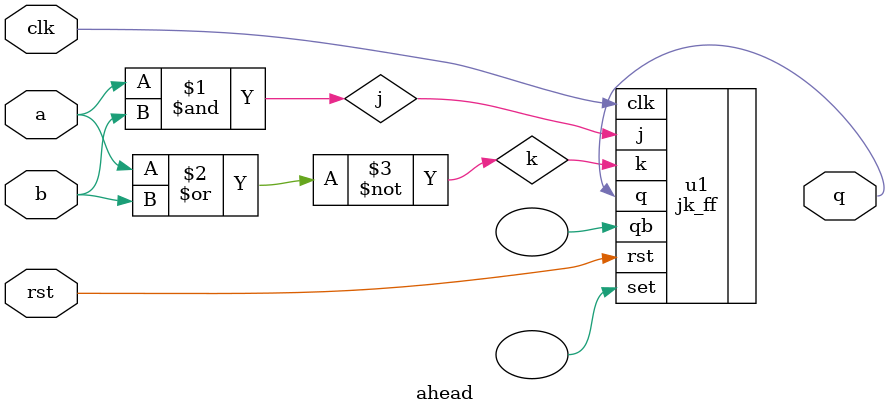
<source format=v>
module ahead
(
input wire a,b,clk,rst,
output wire q
);

wire j,k;

jk_ff  u1              //Àý»¯JK´¥·¢Æ÷
(						
.clk(clk),.j(j),.k(k),.rst(rst),.set(),	
.q(q),
.qb()
);

assign j = a&b;        //¸ù¾ÝÍÆµ¼µÃµ½J,KÓë¼Ó·¨Æ÷ÊäÈëÐÅºÅÂß¼­¹ØÏµ
assign k = ~(a|b);

endmodule
</source>
